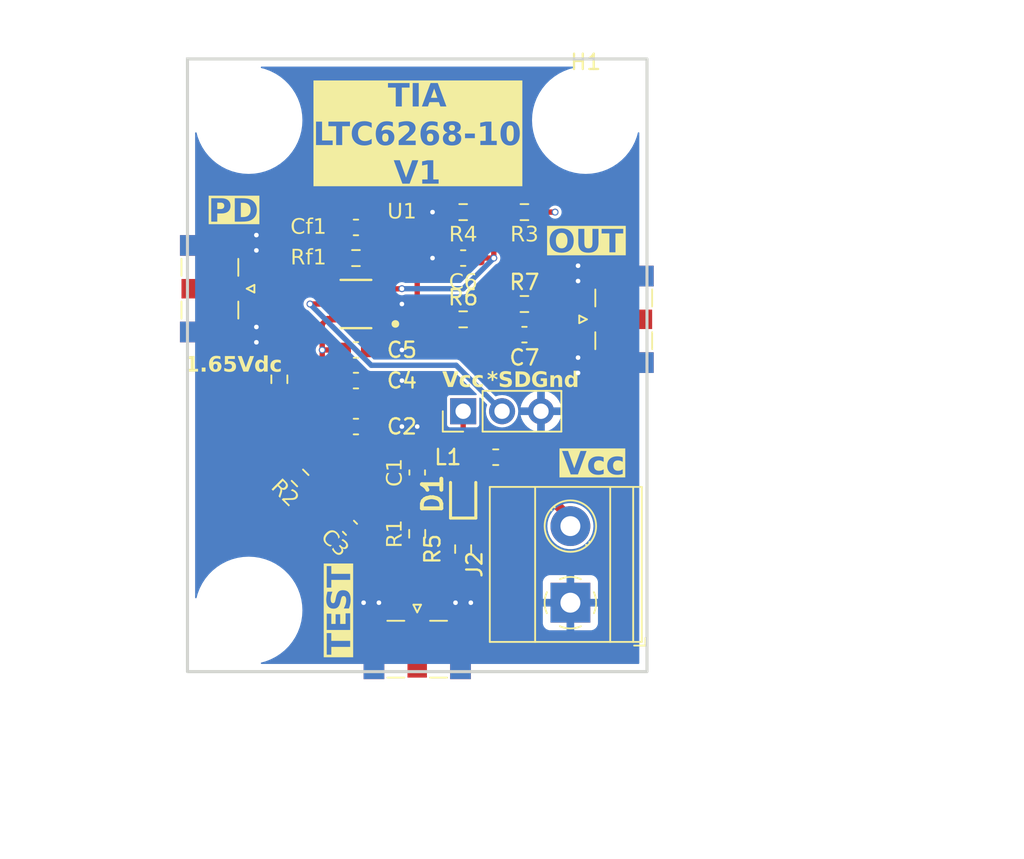
<source format=kicad_pcb>
(kicad_pcb (version 20240108) (generator "pcbnew") (generator_version "8.0")
  (layers (0 "F.Cu" signal) (1 "In1.Cu" signal) (2 "In2.Cu" signal) (31 "B.Cu" signal) (34 "B.Paste" user) (35 "F.Paste" user) (36 "B.SilkS" user "B.Silkscreen") (37 "F.SilkS" user "F.Silkscreen") (38 "B.Mask" user) (39 "F.Mask" user) (44 "Edge.Cuts" user))
  (net 0 "")
  (net 1 "GND")
  (net 2 "Net-(C1-Pad1)")
  (net 3 "Net-(J3-In)")
  (net 4 "VCC")
  (net 5 "Net-(C3-Pad2)")
  (net 6 "Net-(U1-+IN)")
  (net 7 "Net-(J4-In)")
  (net 8 "Net-(U1-OUT)")
  (net 9 "Net-(J1-In)")
  (net 10 "Net-(D1-K)")
  (net 11 "Net-(J2-Pin_2)")
  (net 12 "/Shutdown_L")
  (net 13 "Net-(JP1-A)")
  (net 14 "Net-(C7-Pad1)")
  (footprint "Connector_Coaxial:SMA_Samtec_SMA-J-P-X-ST-EM1_EdgeMount" (layer "F.Cu") (at 135.257501 70 90)
    (property "Reference" "J4")
    (property "Value" "OUT")
    (fp_line (start 0.25 -2.76) (end -0.25 -2.76) (stroke (width 0.12)) (layer "F.SilkS"))
    (fp_line (start -0.25 -2.76) (end 0 -2.26) (stroke (width 0.12)) (layer "F.SilkS"))
    (fp_line (start 0 -2.26) (end 0.25 -2.76) (stroke (width 0.12)) (layer "F.SilkS"))
    (fp_line (start 0.84 -1.71) (end 1.95 -1.71) (stroke (width 0.12)) (layer "F.SilkS"))
    (fp_line (start -1.95 -1.71) (end -0.84 -1.71) (stroke (width 0.12)) (layer "F.SilkS"))
    (fp_line (start 0.84 2) (end 1.95 2) (stroke (width 0.12)) (layer "F.SilkS"))
    (fp_line (start -1.95 2) (end -0.84 2) (stroke (width 0.12)) (layer "F.SilkS"))
    (pad "1" smd rect (at 0 0.199999 90) (size 1.27 3.6) (layers "F.Cu" "F.Paste" "F.Mask") (net 7 "Net-(J4-In)"))
    (pad "2" smd rect (at -2.825 0 90) (size 1.35 4.2) (layers "F.Cu" "F.Paste" "F.Mask") (net 1 "GND"))
    (pad "2" smd rect (at -2.825 0 90) (size 1.35 4.2) (layers "B.Cu" "B.Paste" "B.Mask") (net 1 "GND"))
    (pad "2" smd rect (at 2.825 0 90) (size 1.35 4.2) (layers "F.Cu" "F.Paste" "F.Mask") (net 1 "GND"))
    (pad "2" smd rect (at 2.825 0 90) (size 1.35 4.2) (layers "B.Cu" "B.Paste" "B.Mask") (net 1 "GND"))
  )
  (footprint "Resistor_SMD:R_0603_1608Metric_Pad0.98x0.95mm_HandSolder" (layer "F.Cu") (at 128.920001 69)
    (property "Reference" "R7" (at 0 -1.43 0) (layer "F.SilkS"))
    (property "Value" "0")
    (fp_line (start -0.254724 -0.5225) (end 0.254724 -0.5225) (stroke (width 0.12)) (layer "F.SilkS"))
    (fp_line (start -0.254724 0.5225) (end 0.254724 0.5225) (stroke (width 0.12)) (layer "F.SilkS"))
    (pad "1" smd roundrect (at -0.9125 0) (size 0.975 0.95) (layers "F.Cu" "F.Paste" "F.Mask") (net 14 "Net-(C7-Pad1)"))
    (pad "2" smd roundrect (at 0.9125 0) (size 0.975 0.95) (layers "F.Cu" "F.Paste" "F.Mask") (net 7 "Net-(J4-In)"))
  )
  (footprint "Capacitor_SMD:C_0603_1608Metric_Pad1.08x0.95mm_HandSolder" (layer "F.Cu") (at 117.920001 74)
    (property "Reference" "C4" (at 3 0 0) (layer "F.SilkS") (effects (font (thickness 0.153))))
    (property "Value" "1uF")
    (fp_line (start -0.146267 -0.51) (end 0.146267 -0.51) (stroke (width 0.12)) (layer "F.SilkS"))
    (fp_line (start -0.146267 0.51) (end 0.146267 0.51) (stroke (width 0.12)) (layer "F.SilkS"))
    (pad "1" smd roundrect (at -0.8625 0) (size 1.075 0.95) (layers "F.Cu" "F.Paste" "F.Mask") (net 4 "VCC"))
    (pad "2" smd roundrect (at 0.8625 0) (size 1.075 0.95) (layers "F.Cu" "F.Paste" "F.Mask") (net 1 "GND"))
  )
  (footprint "TerminalBlock_Phoenix:TerminalBlock_Phoenix_MKDS-1,5-2_1x02_P5.00mm_Horizontal" (layer "F.Cu") (at 131.920001 88.5 90)
    (property "Reference" "J2" (at 2.5 -6.26 90) (layer "F.SilkS"))
    (property "Value" "Vout")
    (fp_line (start 7.56 -5.261) (end 7.56 4.66) (stroke (width 0.12)) (layer "F.SilkS"))
    (fp_line (start -2.56 -5.261) (end 7.56 -5.261) (stroke (width 0.12)) (layer "F.SilkS"))
    (fp_line (start -2.56 -5.261) (end -2.56 4.66) (stroke (width 0.12)) (layer "F.SilkS"))
    (fp_line (start -2.56 -2.301) (end 7.56 -2.301) (stroke (width 0.12)) (layer "F.SilkS"))
    (fp_line (start 6.07 -1.275) (end 6.035 -1.239) (stroke (width 0.12)) (layer "F.SilkS"))
    (fp_line (start 6.275 -1.069) (end 6.228 -1.023) (stroke (width 0.12)) (layer "F.SilkS"))
    (fp_line (start 3.773 1.023) (end 3.726 1.069) (stroke (width 0.12)) (layer "F.SilkS"))
    (fp_line (start 3.966 1.239) (end 3.931 1.274) (stroke (width 0.12)) (layer "F.SilkS"))
    (fp_line (start -2.56 2.6) (end 7.56 2.6) (stroke (width 0.12)) (layer "F.SilkS"))
    (fp_line (start -2.56 4.1) (end 7.56 4.1) (stroke (width 0.12)) (layer "F.SilkS"))
    (fp_line (start -2.8 4.16) (end -2.8 4.9) (stroke (width 0.12)) (layer "F.SilkS"))
    (fp_line (start -2.56 4.66) (end 7.56 4.66) (stroke (width 0.12)) (layer "F.SilkS"))
    (fp_line (start -2.8 4.9) (end -2.3 4.9) (stroke (width 0.12)) (layer "F.SilkS"))
    (fp_arc (start -0.683042 -1.535427) (mid 0.000524 -1.680501) (end 0.684 -1.535) (stroke (width 0.12)) (layer "F.SilkS"))
    (fp_arc (start 1.535427 -0.683042) (mid 1.680501 0.000524) (end 1.535 0.684) (stroke (width 0.12)) (layer "F.SilkS"))
    (fp_arc (start -1.535427 0.683042) (mid -1.680501 -0.000524) (end -1.535 -0.684) (stroke (width 0.12)) (layer "F.SilkS"))
    (fp_arc (start 0.683318 1.534756) (mid 0.349292 1.643288) (end 0 1.68) (stroke (width 0.12)) (layer "F.SilkS"))
    (fp_arc (start 0.028805 1.680253) (mid -0.335551 1.646659) (end -0.684 1.535) (stroke (width 0.12)) (layer "F.SilkS"))
    (fp_circle (center 5 0) (end 6.68 0) (stroke (width 0.12)) (fill none) (layer "F.SilkS"))
    (pad "1" thru_hole rect (at 0 0 90) (size 2.6 2.6) (drill 1.3) (layers "*.Cu" "*.Mask") (net 1 "GND"))
    (pad "2" thru_hole circle (at 5 0 90) (size 2.6 2.6) (drill 1.3) (layers "*.Cu" "*.Mask") (net 11 "Net-(J2-Pin_2)"))
  )
  (footprint "MountingHole:MountingHole_3.2mm_M3_DIN965" (layer "F.Cu") (at 110.920001 89)
    (property "Reference" "H2" (hide yes))
    (property "Value" "M3")
    (pad "" np_thru_hole circle (at 0 0) (size 3.2 3.2) (drill 3.2) (layers "*.Cu" "*.Mask"))
  )
  (footprint "Resistor_SMD:R_0603_1608Metric_Pad0.98x0.95mm_HandSolder" (layer "F.Cu") (at 128.920001 63 180)
    (property "Reference" "R3" (at 0 -1.5 180) (layer "F.SilkS") (effects (font (thickness 0.153))))
    (property "Value" "20k")
    (fp_line (start -0.254724 0.5225) (end 0.254724 0.5225) (stroke (width 0.12)) (layer "F.SilkS"))
    (fp_line (start -0.254724 -0.5225) (end 0.254724 -0.5225) (stroke (width 0.12)) (layer "F.SilkS"))
    (pad "1" smd roundrect (at -0.9125 0 180) (size 0.975 0.95) (layers "F.Cu" "F.Paste" "F.Mask") (net 4 "VCC"))
    (pad "2" smd roundrect (at 0.9125 0 180) (size 0.975 0.95) (layers "F.Cu" "F.Paste" "F.Mask") (net 6 "Net-(U1-+IN)"))
  )
  (footprint "LumiCom_TIA:TSOT-23_S6_LIT" (layer "F.Cu") (at 117.920001 69 180)
    (property "Reference" "U1" (at -3 6 0) (layer "F.SilkS") (effects (font (thickness 0.153))))
    (property "Value" "LTC6268-10-SOT23")
    (fp_line (start 1.0033 -1.5748) (end -1.0033 -1.5748) (stroke (width 0.1524)) (layer "F.SilkS"))
    (fp_line (start -1.0033 1.5748) (end 1.0033 1.5748) (stroke (width 0.1524)) (layer "F.SilkS"))
    (fp_circle (center -2.574999 -1.3) (end -2.449998 -1.3) (stroke (width 0.25)) (fill none) (layer "F.SilkS"))
    (pad "1" smd rect (at -1.311651 -0.950001 180) (size 0.870699 0.5072) (layers "F.Cu" "F.Paste" "F.Mask") (net 8 "Net-(U1-OUT)"))
    (pad "2" smd rect (at -1.311651 0 180) (size 0.870699 0.5072) (layers "F.Cu" "F.Paste" "F.Mask") (net 1 "GND"))
    (pad "3" smd rect (at -1.311651 0.950001 180) (size 0.870699 0.5072) (layers "F.Cu" "F.Paste" "F.Mask") (net 6 "Net-(U1-+IN)"))
    (pad "4" smd rect (at 1.311651 0.950001 180) (size 0.870699 0.5072) (layers "F.Cu" "F.Paste" "F.Mask") (net 9 "Net-(J1-In)"))
    (pad "5" smd rect (at 1.311651 0 180) (size 0.870699 0.5072) (layers "F.Cu" "F.Paste" "F.Mask") (net 12 "/Shutdown_L"))
    (pad "6" smd rect (at 1.311651 -0.950001 180) (size 0.870699 0.5072) (layers "F.Cu" "F.Paste" "F.Mask") (net 4 "VCC"))
  )
  (footprint "Inductor_SMD:L_0603_1608Metric_Pad1.05x0.95mm_HandSolder" (layer "F.Cu") (at 127.045001 79 180)
    (property "Reference" "L1" (at 3.125 0 180) (layer "F.SilkS"))
    (property "Value" "BLM18BA100SN1D")
    (fp_line (start -0.171268 0.51) (end 0.171268 0.51) (stroke (width 0.12)) (layer "F.SilkS"))
    (fp_line (start -0.171268 -0.51) (end 0.171268 -0.51) (stroke (width 0.12)) (layer "F.SilkS"))
    (pad "1" smd roundrect (at -0.874999 0 180) (size 1.05 0.95) (layers "F.Cu" "F.Paste" "F.Mask") (net 11 "Net-(J2-Pin_2)"))
    (pad "2" smd roundrect (at 0.874999 0 180) (size 1.05 0.95) (layers "F.Cu" "F.Paste" "F.Mask") (net 4 "VCC"))
  )
  (footprint "Capacitor_SMD:C_0603_1608Metric_Pad1.08x0.95mm_HandSolder" (layer "F.Cu") (at 117.920001 72)
    (property "Reference" "C5" (at 3 0 0) (layer "F.SilkS") (effects (font (thickness 0.153))))
    (property "Value" "100nF")
    (fp_line (start -0.146267 -0.51) (end 0.146267 -0.51) (stroke (width 0.12)) (layer "F.SilkS"))
    (fp_line (start -0.146267 0.51) (end 0.146267 0.51) (stroke (width 0.12)) (layer "F.SilkS"))
    (pad "1" smd roundrect (at -0.862501 0) (size 1.075 0.95) (layers "F.Cu" "F.Paste" "F.Mask") (net 4 "VCC"))
    (pad "2" smd roundrect (at 0.862501 0) (size 1.075 0.95) (layers "F.Cu" "F.Paste" "F.Mask") (net 1 "GND"))
  )
  (footprint "Capacitor_SMD:C_0603_1608Metric_Pad1.08x0.95mm_HandSolder" (layer "F.Cu") (at 128.920001 71)
    (property "Reference" "C7" (at 0 1.5 0) (layer "F.SilkS") (effects (font (thickness 0.153))))
    (property "Value" "1uF")
    (fp_line (start -0.146267 -0.51) (end 0.146267 -0.51) (stroke (width 0.12)) (layer "F.SilkS"))
    (fp_line (start -0.146267 0.51) (end 0.146267 0.51) (stroke (width 0.12)) (layer "F.SilkS"))
    (pad "1" smd roundrect (at -0.8625 0) (size 1.075 0.95) (layers "F.Cu" "F.Paste" "F.Mask") (net 14 "Net-(C7-Pad1)"))
    (pad "2" smd roundrect (at 0.8625 0) (size 1.075 0.95) (layers "F.Cu" "F.Paste" "F.Mask") (net 7 "Net-(J4-In)"))
  )
  (footprint "Connector_Coaxial:SMA_Samtec_SMA-J-P-X-ST-EM1_EdgeMount" (layer "F.Cu") (at 108.530001 68 -90)
    (property "Reference" "J1")
    (property "Value" "IN")
    (fp_line (start -1.95 2) (end -0.84 2) (stroke (width 0.12)) (layer "F.SilkS"))
    (fp_line (start 0.84 2) (end 1.95 2) (stroke (width 0.12)) (layer "F.SilkS"))
    (fp_line (start -1.95 -1.71) (end -0.84 -1.71) (stroke (width 0.12)) (layer "F.SilkS"))
    (fp_line (start 0.84 -1.71) (end 1.95 -1.71) (stroke (width 0.12)) (layer "F.SilkS"))
    (fp_line (start 0 -2.26) (end 0.25 -2.76) (stroke (width 0.12)) (layer "F.SilkS"))
    (fp_line (start -0.25 -2.76) (end 0 -2.26) (stroke (width 0.12)) (layer "F.SilkS"))
    (fp_line (start 0.25 -2.76) (end -0.25 -2.76) (stroke (width 0.12)) (layer "F.SilkS"))
    (pad "1" smd rect (at 0 0.199999 270) (size 1.27 3.6) (layers "F.Cu" "F.Paste" "F.Mask") (net 9 "Net-(J1-In)"))
    (pad "2" smd rect (at -2.825 0 270) (size 1.35 4.2) (layers "F.Cu" "F.Paste" "F.Mask") (net 1 "GND"))
    (pad "2" smd rect (at -2.825 0 270) (size 1.35 4.2) (layers "B.Cu" "B.Paste" "B.Mask") (net 1 "GND"))
    (pad "2" smd rect (at 2.825 0 270) (size 1.35 4.2) (layers "F.Cu" "F.Paste" "F.Mask") (net 1 "GND"))
    (pad "2" smd rect (at 2.825 0 270) (size 1.35 4.2) (layers "B.Cu" "B.Paste" "B.Mask") (net 1 "GND"))
  )
  (footprint "Capacitor_SMD:C_0603_1608Metric_Pad1.08x0.95mm_HandSolder" (layer "F.Cu") (at 117.529881 83.60988 135)
    (property "Reference" "C3" (at 0 -1.43 -45) (layer "F.SilkS") (effects (font (thickness 0.153))))
    (property "Value" "1uF")
    (fp_line (start -0.146267 -0.51) (end 0.146267 -0.51) (stroke (width 0.12)) (layer "F.SilkS"))
    (fp_line (start -0.146267 0.51) (end 0.146267 0.51) (stroke (width 0.12)) (layer "F.SilkS"))
    (pad "1" smd roundrect (at -0.862501 0 135) (size 1.075 0.95) (layers "F.Cu" "F.Paste" "F.Mask") (net 3 "Net-(J3-In)"))
    (pad "2" smd roundrect (at 0.862501 0 135) (size 1.075 0.95) (layers "F.Cu" "F.Paste" "F.Mask") (net 5 "Net-(C3-Pad2)"))
  )
  (footprint "MountingHole:MountingHole_3.2mm_M3_DIN965" (layer "F.Cu") (at 132.920001 57)
    (property "Reference" "H1" (at 0 -3.8 0) (layer "F.SilkS"))
    (property "Value" "M3")
    (pad "" np_thru_hole circle (at 0 0) (size 3.2 3.2) (drill 3.2) (layers "*.Cu" "*.Mask"))
  )
  (footprint "Connector_Coaxial:SMA_Samtec_SMA-J-P-X-ST-EM1_EdgeMount" (layer "F.Cu") (at 121.920001 91.39)
    (property "Reference" "J3")
    (property "Value" "TEST")
    (fp_line (start -1.95 -1.71) (end -0.84 -1.71) (stroke (width 0.12)) (layer "F.SilkS"))
    (fp_line (start -1.95 2) (end -0.84 2) (stroke (width 0.12)) (layer "F.SilkS"))
    (fp_line (start -0.25 -2.76) (end 0 -2.26) (stroke (width 0.12)) (layer "F.SilkS"))
    (fp_line (start 0 -2.26) (end 0.25 -2.76) (stroke (width 0.12)) (layer "F.SilkS"))
    (fp_line (start 0.25 -2.76) (end -0.25 -2.76) (stroke (width 0.12)) (layer "F.SilkS"))
    (fp_line (start 0.84 -1.71) (end 1.95 -1.71) (stroke (width 0.12)) (layer "F.SilkS"))
    (fp_line (start 0.84 2) (end 1.95 2) (stroke (width 0.12)) (layer "F.SilkS"))
    (pad "1" smd rect (at 0 0.199999) (size 1.27 3.6) (layers "F.Cu" "F.Paste" "F.Mask") (net 3 "Net-(J3-In)"))
    (pad "2" smd rect (at -2.825 0) (size 1.35 4.2) (layers "F.Cu" "F.Paste" "F.Mask") (net 1 "GND"))
    (pad "2" smd rect (at -2.825 0) (size 1.35 4.2) (layers "B.Cu" "B.Paste" "B.Mask") (net 1 "GND"))
    (pad "2" smd rect (at 2.825 0) (size 1.35 4.2) (layers "F.Cu" "F.Paste" "F.Mask") (net 1 "GND"))
    (pad "2" smd rect (at 2.825 0) (size 1.35 4.2) (layers "B.Cu" "B.Paste" "B.Mask") (net 1 "GND"))
  )
  (footprint "Capacitor_SMD:C_0603_1608Metric_Pad1.08x0.95mm_HandSolder" (layer "F.Cu") (at 121.920001 80 90)
    (property "Reference" "C1" (at 0 -1.43 -90) (layer "F.SilkS") (effects (font (thickness 0.153))))
    (property "Value" "1uF")
    (fp_line (start -0.146267 -0.51) (end 0.146267 -0.51) (stroke (width 0.12)) (layer "F.SilkS"))
    (fp_line (start -0.146267 0.51) (end 0.146267 0.51) (stroke (width 0.12)) (layer "F.SilkS"))
    (pad "1" smd roundrect (at -0.862501 0 90) (size 1.075 0.95) (layers "F.Cu" "F.Paste" "F.Mask") (net 2 "Net-(C1-Pad1)"))
    (pad "2" smd roundrect (at 0.862501 0 90) (size 1.075 0.95) (layers "F.Cu" "F.Paste" "F.Mask") (net 1 "GND"))
  )
  (footprint "LumiCom_TIA:LEDC1608X80N" (layer "F.Cu") (at 124.920001 81.4 90)
    (property "Reference" "D1" (at 0 -2.000001 -90) (layer "F.SilkS") (effects (font (size 1.27 1.27) (thickness 0.254))))
    (property "Value" "150060VS75000 " (hide yes))
    (fp_line (start 0.75 -0.825) (end -1.575 -0.825) (stroke (width 0.2)) (layer "F.SilkS"))
    (fp_line (start -1.575 -0.825) (end -1.575 0.825) (stroke (width 0.2)) (layer "F.SilkS"))
    (fp_line (start -1.575 0.825) (end 0.75 0.825) (stroke (width 0.2)) (layer "F.SilkS"))
    (pad "1" smd rect (at -0.75 0 180) (size 0.95 0.95) (layers "F.Cu" "F.Paste" "F.Mask") (net 10 "Net-(D1-K)"))
    (pad "2" smd rect (at 0.75 0 180) (size 0.95 0.95) (layers "F.Cu" "F.Paste" "F.Mask") (net 4 "VCC"))
  )
  (footprint "Capacitor_SMD:C_0603_1608Metric_Pad1.08x0.95mm_HandSolder" (layer "F.Cu") (at 117.920001 77)
    (property "Reference" "C2" (at 3 0 0) (layer "F.SilkS"))
    (property "Value" "10uF")
    (fp_line (start -0.146267 -0.51) (end 0.146267 -0.51) (stroke (width 0.12)) (layer "F.SilkS"))
    (fp_line (start -0.146267 0.51) (end 0.146267 0.51) (stroke (width 0.12)) (layer "F.SilkS"))
    (pad "1" smd roundrect (at -0.8625 0) (size 1.075 0.95) (layers "F.Cu" "F.Paste" "F.Mask") (net 4 "VCC"))
    (pad "2" smd roundrect (at 0.8625 0) (size 1.075 0.95) (layers "F.Cu" "F.Paste" "F.Mask") (net 1 "GND"))
  )
  (footprint "Resistor_SMD:R_0603_1608Metric_Pad0.98x0.95mm_HandSolder" (layer "F.Cu") (at 124.920001 70)
    (property "Reference" "R6" (at 0 -1.43 0) (layer "F.SilkS"))
    (property "Value" "50")
    (fp_line (start -0.254724 -0.5225) (end 0.254724 -0.5225) (stroke (width 0.12)) (layer "F.SilkS"))
    (fp_line (start -0.254724 0.5225) (end 0.254724 0.5225) (stroke (width 0.12)) (layer "F.SilkS"))
    (pad "1" smd roundrect (at -0.9125 0) (size 0.975 0.95) (layers "F.Cu" "F.Paste" "F.Mask") (net 8 "Net-(U1-OUT)"))
    (pad "2" smd roundrect (at 0.9125 0) (size 0.975 0.95) (layers "F.Cu" "F.Paste" "F.Mask") (net 14 "Net-(C7-Pad1)"))
  )
  (footprint "MountingHole:MountingHole_3.2mm_M3_DIN965" (layer "F.Cu") (at 110.920001 57)
    (property "Reference" "H3" (hide yes))
    (property "Value" "M3")
    (pad "" np_thru_hole circle (at 0 0) (size 3.2 3.2) (drill 3.2) (layers "*.Cu" "*.Mask"))
  )
  (footprint "Resistor_SMD:R_0603_1608Metric_Pad0.98x0.95mm_HandSolder" (layer "F.Cu") (at 114.274766 80.354765 135)
    (property "Reference" "R2" (at 0 -1.43 -45) (layer "F.SilkS") (effects (font (thickness 0.153))))
    (property "Value" "4.02K")
    (fp_line (start -0.254724 -0.5225) (end 0.254724 -0.5225) (stroke (width 0.12)) (layer "F.SilkS"))
    (fp_line (start -0.254724 0.5225) (end 0.254724 0.5225) (stroke (width 0.12)) (layer "F.SilkS"))
    (pad "1" smd roundrect (at -0.9125 0 135) (size 0.975 0.95) (layers "F.Cu" "F.Paste" "F.Mask") (net 5 "Net-(C3-Pad2)"))
    (pad "2" smd roundrect (at 0.9125 0 135) (size 0.975 0.95) (layers "F.Cu" "F.Paste" "F.Mask") (net 13 "Net-(JP1-A)"))
  )
  (footprint "Resistor_SMD:R_0603_1608Metric_Pad0.98x0.95mm_HandSolder" (layer "F.Cu") (at 112.920001 73.9125 90)
    (property "Reference" "JP1" (hide yes))
    (property "Value" "Test")
    (fp_line (start -0.254724 -0.5225) (end 0.254724 -0.5225) (stroke (width 0.12)) (layer "F.SilkS"))
    (fp_line (start -0.254724 0.5225) (end 0.254724 0.5225) (stroke (width 0.12)) (layer "F.SilkS"))
    (pad "1" smd roundrect (at -0.9125 0 90) (size 0.975 0.95) (layers "F.Cu" "F.Paste" "F.Mask") (net 13 "Net-(JP1-A)"))
    (pad "2" smd roundrect (at 0.9125 0 90) (size 0.975 0.95) (layers "F.Cu" "F.Paste" "F.Mask") (net 9 "Net-(J1-In)"))
  )
  (footprint "Resistor_SMD:R_0603_1608Metric_Pad0.98x0.95mm_HandSolder" (layer "F.Cu") (at 124.920001 85 -90)
    (property "Reference" "R5" (at 0 2 90) (layer "F.SilkS"))
    (property "Value" "1k2")
    (fp_line (start -0.254724 0.5225) (end 0.254724 0.5225) (stroke (width 0.12)) (layer "F.SilkS"))
    (fp_line (start -0.254724 -0.5225) (end 0.254724 -0.5225) (stroke (width 0.12)) (layer "F.SilkS"))
    (pad "1" smd roundrect (at -0.9125 0 270) (size 0.975 0.95) (layers "F.Cu" "F.Paste" "F.Mask") (net 10 "Net-(D1-K)"))
    (pad "2" smd roundrect (at 0.9125 0 270) (size 0.975 0.95) (layers "F.Cu" "F.Paste" "F.Mask") (net 1 "GND"))
  )
  (footprint "Resistor_SMD:R_0603_1608Metric_Pad0.98x0.95mm_HandSolder" (layer "F.Cu") (at 124.920001 63 180)
    (property "Reference" "R4" (at 0 -1.5 180) (layer "F.SilkS") (effects (font (thickness 0.153))))
    (property "Value" "20k")
    (fp_line (start -0.254724 0.5225) (end 0.254724 0.5225) (stroke (width 0.12)) (layer "F.SilkS"))
    (fp_line (start -0.254724 -0.5225) (end 0.254724 -0.5225) (stroke (width 0.12)) (layer "F.SilkS"))
    (pad "1" smd roundrect (at -0.9125 0 180) (size 0.975 0.95) (layers "F.Cu" "F.Paste" "F.Mask") (net 6 "Net-(U1-+IN)"))
    (pad "2" smd roundrect (at 0.9125 0 180) (size 0.975 0.95) (layers "F.Cu" "F.Paste" "F.Mask") (net 1 "GND"))
  )
  (footprint "Resistor_SMD:R_0603_1608Metric_Pad0.98x0.95mm_HandSolder" (layer "F.Cu") (at 117.920001 66)
    (property "Reference" "Rf1" (at -3.1 0 0) (layer "F.SilkS") (effects (font (thickness 0.153))))
    (property "Value" "10K")
    (fp_line (start -0.254724 -0.5225) (end 0.254724 -0.5225) (stroke (width 0.12)) (layer "F.SilkS"))
    (fp_line (start -0.254724 0.5225) (end 0.254724 0.5225) (stroke (width 0.12)) (layer "F.SilkS"))
    (pad "1" smd roundrect (at -0.9125 0) (size 0.975 0.95) (layers "F.Cu" "F.Paste" "F.Mask") (net 9 "Net-(J1-In)"))
    (pad "2" smd roundrect (at 0.9125 0) (size 0.975 0.95) (layers "F.Cu" "F.Paste" "F.Mask") (net 8 "Net-(U1-OUT)"))
  )
  (footprint "Connector_PinHeader_2.54mm:PinHeader_1x03_P2.54mm_Vertical" (layer "F.Cu") (at 124.920001 76 90)
    (property "Reference" "SD_L1" (hide yes))
    (property "Value" "SD_L")
    (fp_line (start -1.33 -1.33) (end 0 -1.33) (stroke (width 0.12)) (layer "F.SilkS"))
    (fp_line (start -1.33 0) (end -1.33 -1.33) (stroke (width 0.12)) (layer "F.SilkS"))
    (fp_line (start 1.33 1.270001) (end 1.33 6.409999) (stroke (width 0.12)) (layer "F.SilkS"))
    (fp_line (start -1.33 1.270001) (end 1.33 1.270001) (stroke (width 0.12)) (layer "F.SilkS"))
    (fp_line (start -1.33 1.270001) (end -1.33 6.409999) (stroke (width 0.12)) (layer "F.SilkS"))
    (fp_line (start -1.33 6.409999) (end 1.33 6.409999) (stroke (width 0.12)) (layer "F.SilkS"))
    (pad "1" thru_hole rect (at 0 0 90) (size 1.7 1.7) (drill 1) (layers "*.Cu" "*.Mask") (net 4 "VCC"))
    (pad "2" thru_hole oval (at 0 2.54 90) (size 1.7 1.7) (drill 1) (layers "*.Cu" "*.Mask") (net 12 "/Shutdown_L"))
    (pad "3" thru_hole oval (at 0 5.079999 90) (size 1.7 1.7) (drill 1) (layers "*.Cu" "*.Mask") (net 1 "GND"))
  )
  (footprint "Resistor_SMD:R_0603_1608Metric_Pad0.98x0.95mm_HandSolder" (layer "F.Cu") (at 121.920001 84 90)
    (property "Reference" "R1" (at 0 -1.43 -90) (layer "F.SilkS") (effects (font (thickness 0.153))))
    (property "Value" "50")
    (fp_line (start -0.254724 -0.5225) (end 0.254724 -0.5225) (stroke (width 0.12)) (layer "F.SilkS"))
    (fp_line (start -0.254724 0.5225) (end 0.254724 0.5225) (stroke (width 0.12)) (layer "F.SilkS"))
    (pad "1" smd roundrect (at -0.9125 0 90) (size 0.975 0.95) (layers "F.Cu" "F.Paste" "F.Mask") (net 3 "Net-(J3-In)"))
    (pad "2" smd roundrect (at 0.9125 0 90) (size 0.975 0.95) (layers "F.Cu" "F.Paste" "F.Mask") (net 2 "Net-(C1-Pad1)"))
  )
  (footprint "Capacitor_SMD:C_0603_1608Metric_Pad1.08x0.95mm_HandSolder" (layer "F.Cu") (at 124.920001 66 180)
    (property "Reference" "C6" (at 0 -1.6 180) (layer "F.SilkS") (effects (font (thickness 0.153))))
    (property "Value" "10uF")
    (fp_line (start -0.146267 0.51) (end 0.146267 0.51) (stroke (width 0.12)) (layer "F.SilkS"))
    (fp_line (start -0.146267 -0.51) (end 0.146267 -0.51) (stroke (width 0.12)) (layer "F.SilkS"))
    (pad "1" smd roundrect (at -0.8625 0 180) (size 1.075 0.95) (layers "F.Cu" "F.Paste" "F.Mask") (net 6 "Net-(U1-+IN)"))
    (pad "2" smd roundrect (at 0.8625 0 180) (size 1.075 0.95) (layers "F.Cu" "F.Paste" "F.Mask") (net 1 "GND"))
  )
  (footprint "Capacitor_SMD:C_0603_1608Metric_Pad1.08x0.95mm_HandSolder" (layer "F.Cu") (at 117.920001 64)
    (property "Reference" "Cf1" (at -3.1 0 0) (layer "F.SilkS") (effects (font (thickness 0.153))))
    (property "Value" "10uF")
    (fp_line (start -0.146267 -0.51) (end 0.146267 -0.51) (stroke (width 0.12)) (layer "F.SilkS"))
    (fp_line (start -0.146267 0.51) (end 0.146267 0.51) (stroke (width 0.12)) (layer "F.SilkS"))
    (pad "1" smd roundrect (at -0.8625 0) (size 1.075 0.95) (layers "F.Cu" "F.Paste" "F.Mask") (net 9 "Net-(J1-In)"))
    (pad "2" smd roundrect (at 0.8625 0) (size 1.075 0.95) (layers "F.Cu" "F.Paste" "F.Mask") (net 8 "Net-(U1-OUT)"))
  )
  (gr_rect (start 106.920001 53) (end 136.920001 93) (stroke (width 0.2)) (fill none) (layer "Edge.Cuts"))
  (gr_text "1.65Vdc" (at 109.920001 73 0) (layer "F.SilkS") (effects (font (size 1 1) (thickness 0.25) (bold yes))))
  (gr_text "Gnd" (at 130.920001 74 0) (layer "F.SilkS") (effects (font (size 1 1) (thickness 0.25) (bold yes))))
  (gr_text "*SD" (at 127.920001 74 0) (layer "F.SilkS") (effects (font (size 1 1) (thickness 0.25) (bold yes))))
  (gr_text "Vcc" (at 133.420001 79.5 0) (layer "F.SilkS" knockout) (effects (font (size 1.5 1.5) (thickness 0.3) (bold yes) (italic yes))))
  (gr_text "OUT" (at 132.920001 65 0) (layer "F.SilkS" knockout) (effects (font (size 1.5 1.5) (thickness 0.3) (bold yes) (italic yes))))
  (gr_text "TIA\nLTC6268-10\nV1" (at 121.920001 58 0) (layer "F.SilkS" knockout) (effects (font (size 1.5 1.5) (thickness 0.3) (bold yes) (italic yes))))
  (gr_text "PD" (at 109.920001 63 0) (layer "F.SilkS" knockout) (effects (font (size 1.5 1.5) (thickness 0.3) (bold yes) (italic yes))))
  (gr_text "Vcc" (at 124.920001 74 0) (layer "F.SilkS") (effects (font (size 1 1) (thickness 0.25) (bold yes))))
  (gr_text "TEST" (at 116.920001 89 90) (layer "F.SilkS" knockout) (effects (font (size 1.5 1.5) (thickness 0.3) (bold yes) (italic yes))))
  (segment (start 108.855001 65.5) (end 108.530001 65.175) (width 0.3493) (layer "F.Cu") (net 1))
  (segment (start 111.420001 70.5) (end 108.855001 70.5) (width 0.3493) (layer "F.Cu") (net 1))
  (segment (start 135.810001 72.825) (end 135.485001 72.5) (width 0.3493) (layer "F.Cu") (net 1))
  (segment (start 132.420001 67.5) (end 135.485001 67.5) (width 0.3493) (layer "F.Cu") (net 1))
  (segment (start 135.485001 72.5) (end 132.420001 72.5) (width 0.3493) (layer "F.Cu") (net 1))
  (segment (start 120.920001 72) (end 118.782502 72) (width 0.3493) (layer "F.Cu") (net 1))
  (segment (start 135.485001 67.5) (end 135.810001 67.175) (width 0.3493) (layer "F.Cu") (net 1))
  (segment (start 125.420001 90.715) (end 124.745001 91.39) (width 0.3493) (layer "F.Cu") (net 1))
  (segment (start 122.920001 63) (end 124.007501 63) (width 0.3493) (layer "F.Cu") (net 1))
  (segment (start 108.855001 70.5) (end 108.530001 70.825) (width 0.3493) (layer "F.Cu") (net 1))
  (segment (start 125.420001 88.5) (end 125.420001 90.715) (width 0.3493) (layer "F.Cu") (net 1))
  (segment (start 111.420001 64.5) (end 109.205001 64.5) (width 0.3493) (layer "F.Cu") (net 1))
  (segment (start 118.782501 77) (end 120.920001 77) (width 0.3493) (layer "F.Cu") (net 1))
  (segment (start 135.135001 73.5) (end 135.810001 72.825) (width 0.3493) (layer "F.Cu") (net 1))
  (segment (start 111.420001 71.5) (end 109.205001 71.5) (width 0.3493) (layer "F.Cu") (net 1))
  (segment (start 109.205001 71.5) (end 108.530001 70.825) (width 0.3493) (layer "F.Cu") (net 1))
  (segment (start 124.420001 88.5) (end 124.420001 91.065) (width 0.3493) (layer "F.Cu") (net 1))
  (segment (start 118.420001 90.715) (end 119.095001 91.39) (width 0.3493) (layer "F.Cu") (net 1))
  (segment (start 111.420001 65.5) (end 108.855001 65.5) (width 0.3493) (layer "F.Cu") (net 1))
  (segment (start 135.135001 66.5) (end 132.420001 66.5) (width 0.3493) (layer "F.Cu") (net 1))
  (segment (start 124.420001 91.065) (end 124.745001 91.39) (width 0.3493) (layer "F.Cu") (net 1))
  (segment (start 109.205001 64.5) (end 108.530001 65.175) (width 0.3493) (layer "F.Cu") (net 1))
  (segment (start 119.420001 88.5) (end 119.420001 91.065) (width 0.3493) (layer "F.Cu") (net 1))
  (segment (start 121.920001 79.137499) (end 121.920001 77) (width 0.3493) (layer "F.Cu") (net 1))
  (segment (start 135.810001 67.175) (end 135.135001 66.5) (width 0.3493) (layer "F.Cu") (net 1))
  (segment (start 119.420001 91.065) (end 119.095001 91.39) (width 0.3493) (layer "F.Cu") (net 1))
  (segment (start 122.920001 66) (end 124.057501 66) (width 0.3493) (layer "F.Cu") (net 1))
  (segment (start 119.231652 69) (end 120.920001 69) (width 0.3493) (layer "F.Cu") (net 1))
  (segment (start 118.420001 88.5) (end 118.420001 90.715) (width 0.3493) (layer "F.Cu") (net 1))
  (segment (start 124.920001 88) (end 124.420001 88.5) (width 0.3493) (layer "F.Cu") (net 1))
  (segment (start 120.920001 74) (end 118.782501 74) (width 0.3493) (layer "F.Cu") (net 1))
  (segment (start 132.420001 73.5) (end 135.135001 73.5) (width 0.3493) (layer "F.Cu") (net 1))
  (segment (start 124.920001 85.9125) (end 124.920001 88) (width 0.3493) (layer "F.Cu") (net 1))
  (via (at 132.420001 66.5) (size 0.45) (drill 0.3) (layers "F.Cu" "B.Cu") (net 1))
  (via (at 132.420001 67.5) (size 0.45) (drill 0.3) (layers "F.Cu" "B.Cu") (net 1))
  (via (at 132.420001 73.5) (size 0.45) (drill 0.3) (layers "F.Cu" "B.Cu") (net 1))
  (via (at 122.920001 66) (size 0.45) (drill 0.3) (layers "F.Cu" "B.Cu") (net 1))
  (via (at 118.420001 88.5) (size 0.45) (drill 0.3) (layers "F.Cu" "B.Cu") (net 1))
  (via (at 120.920001 74) (size 0.45) (drill 0.3) (layers "F.Cu" "B.Cu") (net 1))
  (via (at 120.920001 72) (size 0.45) (drill 0.3) (layers "F.Cu" "B.Cu") (net 1))
  (via (at 111.420001 64.5) (size 0.45) (drill 0.3) (layers "F.Cu" "B.Cu") (net 1))
  (via (at 120.920001 69) (size 0.45) (drill 0.3) (layers "F.Cu" "B.Cu") (net 1))
  (via (at 121.920001 77) (size 0.45) (drill 0.3) (layers "F.Cu" "B.Cu") (net 1))
  (via (at 132.420001 72.5) (size 0.45) (drill 0.3) (layers "F.Cu" "B.Cu") (net 1))
  (via (at 124.420001 88.5) (size 0.45) (drill 0.3) (layers "F.Cu" "B.Cu") (net 1))
  (via (at 125.420001 88.5) (size 0.45) (drill 0.3) (layers "F.Cu" "B.Cu") (net 1))
  (via (at 122.920001 63) (size 0.45) (drill 0.3) (layers "F.Cu" "B.Cu") (net 1))
  (via (at 119.420001 88.5) (size 0.45) (drill 0.3) (layers "F.Cu" "B.Cu") (net 1))
  (via (at 111.420001 70.5) (size 0.45) (drill 0.3) (layers "F.Cu" "B.Cu") (net 1))
  (via (at 120.920001 77) (size 0.45) (drill 0.3) (layers "F.Cu" "B.Cu") (net 1))
  (via (at 111.420001 65.5) (size 0.45) (drill 0.3) (layers "F.Cu" "B.Cu") (net 1))
  (via (at 111.420001 71.5) (size 0.45) (drill 0.3) (layers "F.Cu" "B.Cu") (net 1))
  (segment (start 121.920001 83.0875) (end 121.920001 80.862501) (width 0.3493) (layer "F.Cu") (net 2))
  (segment (start 121.920001 84.9125) (end 118.832501 84.9125) (width 0.3493) (layer "F.Cu") (net 3))
  (segment (start 121.920001 90.09) (end 121.920001 84.9125) (width 0.3493) (layer "F.Cu") (net 3))
  (segment (start 118.832501 84.9125) (end 118.139761 84.21976) (width 0.3493) (layer "F.Cu") (net 3))
  (segment (start 115.920001 74) (end 115.720001 74.2) (width 0.3493) (layer "F.Cu") (net 4))
  (segment (start 116.920001 77) (end 115.720001 75.8) (width 0.3493) (layer "F.Cu") (net 4))
  (segment (start 115.720001 70.3) (end 116.07 69.950001) (width 0.3493) (layer "F.Cu") (net 4))
  (segment (start 116.07 69.950001) (end 116.60835 69.950001) (width 0.3493) (layer "F.Cu") (net 4))
  (segment (start 124.920001 79) (end 126.170002 79) (width 0.3493) (layer "F.Cu") (net 4))
  (segment (start 129.832501 63) (end 130.920001 63) (width 0.3493) (layer "F.Cu") (net 4))
  (segment (start 117.057501 74) (end 115.920001 74) (width 0.3493) (layer "F.Cu") (net 4))
  (segment (start 115.720001 74.2) (end 115.720001 73.8) (width 0.3493) (layer "F.Cu") (net 4))
  (segment (start 124.920001 80.65) (end 124.920001 79) (width 0.3493) (layer "F.Cu") (net 4))
  (segment (start 115.720001 73.8) (end 115.720001 72) (width 0.3493) (layer "F.Cu") (net 4))
  (segment (start 115.720001 72) (end 117.0575 72) (width 0.3493) (layer "F.Cu") (net 4))
  (segment (start 115.720001 72) (end 115.720001 70.3) (width 0.3493) (layer "F.Cu") (net 4))
  (segment (start 115.720001 75.8) (end 115.720001 73.8) (width 0.3493) (layer "F.Cu") (net 4))
  (segment (start 124.920001 79) (end 124.920001 76) (width 0.3493) (layer "F.Cu") (net 4))
  (segment (start 117.057501 77) (end 116.920001 77) (width 0.3493) (layer "F.Cu") (net 4))
  (via (at 130.920001 63) (size 0.45) (drill 0.3) (layers "F.Cu" "B.Cu") (net 4))
  (via (at 115.720001 72) (size 0.45) (drill 0.3) (layers "F.Cu" "B.Cu") (net 4))
  (segment (start 116.920001 83) (end 114.920001 81) (width 0.3493) (layer "F.Cu") (net 5))
  (segment (start 125.832501 63) (end 128.007501 63) (width 0.3493) (layer "F.Cu") (net 6))
  (segment (start 119.231652 68.049999) (end 120.920001 68) (width 0.3493) (layer "F.Cu") (net 6))
  (segment (start 126.920001 66) (end 125.782501 66) (width 0.3493) (layer "F.Cu") (net 6))
  (segment (start 126.920001 66) (end 126.920001 63) (width 0.3493) (layer "F.Cu") (net 6))
  (via (at 126.920001 66) (size 0.45) (drill 0.3) (layers "F.Cu" "B.Cu") (net 6))
  (via (at 120.920001 68) (size 0.45) (drill 0.3) (layers "F.Cu" "B.Cu") (net 6))
  (segment (start 126.920001 66) (end 124.920001 68) (width 0.3493) (layer "B.Cu") (net 6))
  (segment (start 124.920001 68) (end 120.920001 68) (width 0.3493) (layer "B.Cu") (net 6))
  (segment (start 129.832501 69) (end 130.832501 70) (width 0.3493) (layer "F.Cu") (net 7))
  (segment (start 130.832501 70) (end 134.510001 70) (width 0.3493) (layer "F.Cu") (net 7))
  (segment (start 130.832501 70) (end 130.782501 70) (width 0.3493) (layer "F.Cu") (net 7))
  (segment (start 130.782501 70) (end 129.782501 71) (width 0.3493) (layer "F.Cu") (net 7))
  (segment (start 123.957502 69.950001) (end 124.007501 70) (width 0.3493) (layer "F.Cu") (net 8))
  (segment (start 121.920001 69.950001) (end 123.957502 69.950001) (width 0.3493) (layer "F.Cu") (net 8))
  (segment (start 121.920001 66) (end 121.920001 65) (width 0.3493) (layer "F.Cu") (net 8))
  (segment (start 121.920001 65) (end 120.920001 64) (width 0.3493) (layer "F.Cu") (net 8))
  (segment (start 119.231652 69.950001) (end 121.920001 69.950001) (width 0.3493) (layer "F.Cu") (net 8))
  (segment (start 120.920001 64) (end 118.782501 64) (width 0.3493) (layer "F.Cu") (net 8))
  (segment (start 121.920001 69.950001) (end 121.920001 66) (width 0.3493) (layer "F.Cu") (net 8))
  (segment (start 118.832501 66) (end 121.920001 66) (width 0.3493) (layer "F.Cu") (net 8))
  (segment (start 124.007501 70) (end 123.007501 70) (width 0.3493) (layer "F.Cu") (net 8))
  (segment (start 112.920001 69) (end 113.920001 68) (width 0.3493) (layer "F.Cu") (net 9))
  (segment (start 114.920001 65) (end 114.920001 68) (width 0.3493) (layer "F.Cu") (net 9))
  (segment (start 109.830001 68) (end 113.920001 68) (width 0.3493) (layer "F.Cu") (net 9))
  (segment (start 114.920001 68) (end 116.487642 68) (width 0.3493) (layer "F.Cu") (net 9))
  (segment (start 117.007501 66) (end 114.920001 66) (width 0.3493) (layer "F.Cu") (net 9))
  (segment (start 112.920001 73) (end 112.920001 69) (width 0.3493) (layer "F.Cu") (net 9))
  (segment (start 117.0575 64) (end 115.920001 64) (width 0.3493) (layer "F.Cu") (net 9))
  (segment (start 115.920001 64) (end 114.920001 65) (width 0.3493) (layer "F.Cu") (net 9))
  (segment (start 113.920001 68) (end 114.920001 68) (width 0.3493) (layer "F.Cu") (net 9))
  (arc (start 116.487642 68) (mid 116.552968 68.012995) (end 116.60835 68.049999) (width 0.3493) (layer "F.Cu") (net 9))
  (segment (start 124.920001 84.0875) (end 124.920001 82.15) (width 0.3493) (layer "F.Cu") (net 10))
  (segment (start 127.92 79) (end 131.920001 83.000001) (width 0.6) (layer "F.Cu") (net 11))
  (segment (start 131.920001 83.000001) (end 131.920001 83.5) (width 0.3493) (layer "F.Cu") (net 11))
  (segment (start 114.920001 69) (end 116.60835 69) (width 0.3493) (layer "F.Cu") (net 12))
  (via (at 114.920001 69) (size 0.45) (drill 0.3) (layers "F.Cu" "B.Cu") (net 12))
  (segment (start 114.920001 69) (end 118.920001 73) (width 0.3493) (layer "B.Cu") (net 12))
  (segment (start 118.920001 73) (end 124.460001 73) (width 0.3493) (layer "B.Cu") (net 12))
  (segment (start 124.460001 73) (end 127.460001 76) (width 0.3493) (layer "B.Cu") (net 12))
  (segment (start 112.920001 79) (end 112.920001 74.825) (width 0.3493) (layer "F.Cu") (net 13))
  (segment (start 113.629531 79.70953) (end 112.920001 79) (width 0.3493) (layer "F.Cu") (net 13))
  (segment (start 127.007501 70) (end 128.007501 69) (width 0.3493) (layer "F.Cu") (net 14))
  (segment (start 125.832501 70) (end 126.920001 70) (width 0.3493) (layer "F.Cu") (net 14))
  (segment (start 127.057501 70) (end 128.057501 71) (width 0.3493) (layer "F.Cu") (net 14))
  (segment (start 126.920001 70) (end 127.057501 70) (width 0.3493) (layer "F.Cu") (net 14))
  (segment (start 126.920001 70) (end 127.007501 70) (width 0.3493) (layer "F.Cu") (net 14))
  (zone (net 1) (net_name "GND") (layers "In1.Cu" "B.Cu") (connect_pads thru_hole_only (clearance 0.1)) (min_thickness 0.1) (fill yes (thermal_gap 0.5) (thermal_bridge_width 0.5))
    (polygon (pts (xy 107.420001 53.5) (xy 136.420001 53.5) (xy 136.420001 92.5) (xy 107.420001 92.5)))
  )
)
</source>
